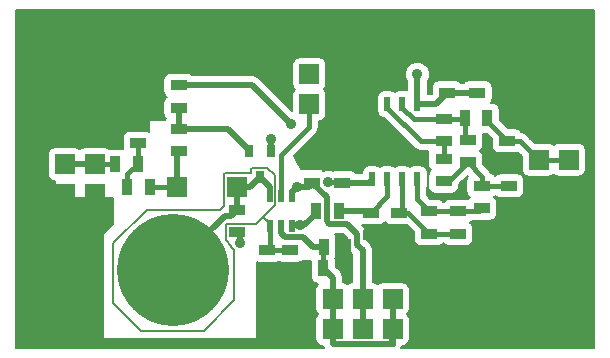
<source format=gbr>
G04 #@! TF.FileFunction,Copper,L2,Bot,Signal*
%FSLAX46Y46*%
G04 Gerber Fmt 4.6, Leading zero omitted, Abs format (unit mm)*
G04 Created by KiCad (PCBNEW 0.201503230816+5530~22~ubuntu14.04.1-product) date Út 24. březen 2015, 20:19:39 CET*
%MOMM*%
G01*
G04 APERTURE LIST*
%ADD10C,0.100000*%
%ADD11R,1.397000X0.889000*%
%ADD12R,0.889000X1.397000*%
%ADD13R,1.651000X1.651000*%
%ADD14C,6.000000*%
%ADD15R,0.800100X1.000760*%
%ADD16R,0.500000X1.000760*%
%ADD17R,0.501040X1.000760*%
%ADD18C,9.480265*%
%ADD19R,0.508000X1.143000*%
%ADD20C,0.889000*%
%ADD21C,0.500000*%
%ADD22C,0.400000*%
%ADD23C,0.200000*%
%ADD24C,0.130000*%
G04 APERTURE END LIST*
D10*
D11*
X19685000Y10731500D03*
X19685000Y12636500D03*
X26035000Y14922500D03*
X26035000Y16827500D03*
X14732000Y19494500D03*
X14732000Y17589500D03*
X24130000Y9207500D03*
X24130000Y7302500D03*
X40005000Y22542500D03*
X40005000Y24447500D03*
X37465000Y22542500D03*
X37465000Y24447500D03*
D12*
X26987500Y9525000D03*
X28892500Y9525000D03*
X28257500Y12573000D03*
X26352500Y12573000D03*
D11*
X28575000Y14922500D03*
X28575000Y16827500D03*
D12*
X26962100Y7670800D03*
X28867100Y7670800D03*
D11*
X35941000Y10604500D03*
X35941000Y12509500D03*
X42672000Y12763500D03*
X42672000Y14668500D03*
X37134800Y18427700D03*
X37134800Y20332700D03*
D12*
X38925500Y20370800D03*
X40830500Y20370800D03*
D13*
X7620000Y13970000D03*
X7620000Y16510000D03*
X7620000Y19050000D03*
X5080000Y19050000D03*
X5080000Y16510000D03*
X5080000Y13970000D03*
X27736800Y5080000D03*
X35356800Y2540000D03*
X30276800Y2540000D03*
X35356800Y5080000D03*
X25196800Y2540000D03*
X27736800Y2540000D03*
X32816800Y2540000D03*
X25196800Y5080000D03*
X32816800Y5080000D03*
X30276800Y5080000D03*
X25781000Y21590000D03*
X25781000Y24130000D03*
X47726600Y14325600D03*
X47726600Y16865600D03*
X47726600Y19405600D03*
X45186600Y19405600D03*
X45186600Y16865600D03*
X45186600Y14325600D03*
D14*
X45720000Y5080000D03*
X45720000Y25400000D03*
X5080000Y25400000D03*
X5080000Y5080000D03*
D11*
X14732000Y21272500D03*
X14732000Y23177500D03*
D12*
X11226800Y16510000D03*
X9321800Y16510000D03*
D11*
X30988000Y10477500D03*
X30988000Y12382500D03*
X38354000Y10604500D03*
X38354000Y12509500D03*
X33401000Y10477500D03*
X33401000Y12382500D03*
X40386000Y12763500D03*
X40386000Y14668500D03*
X37134800Y15074900D03*
X37134800Y16979900D03*
X39166800Y16675100D03*
X39166800Y18580100D03*
X42519600Y18478500D03*
X42519600Y16573500D03*
D15*
X21590000Y15410180D03*
X22542500Y17609820D03*
X20637500Y17609820D03*
D13*
X14605000Y14605000D03*
X19685000Y14605000D03*
D16*
X24320500Y13843000D03*
X23368000Y13843000D03*
D17*
X22415500Y13843000D03*
D16*
X22415500Y11303000D03*
X23368000Y11303000D03*
X24320500Y11303000D03*
D11*
X22225000Y7302500D03*
X22225000Y9207500D03*
X11277600Y18262600D03*
X11277600Y20167600D03*
D12*
X12255500Y14605000D03*
X10350500Y14605000D03*
D18*
X14249400Y7531100D03*
D19*
X34925000Y21590000D03*
X33655000Y21590000D03*
X32385000Y21590000D03*
X31115000Y21590000D03*
X31115000Y15240000D03*
X32385000Y15240000D03*
X33655000Y15240000D03*
X34925000Y15240000D03*
D20*
X23139400Y6400800D03*
X2895600Y20980400D03*
X2895600Y9906000D03*
X6477000Y10998200D03*
X42113200Y10185400D03*
X38455600Y8813800D03*
X33680400Y17322800D03*
X27076400Y18288000D03*
X37846000Y26898600D03*
X32842200Y27381200D03*
X28117800Y27279600D03*
X22123400Y27482800D03*
X17297400Y27914600D03*
X9372600Y23596600D03*
X32575500Y8318500D03*
X28346400Y8534400D03*
X29819600Y21590000D03*
X29845000Y19050000D03*
X22529800Y18618200D03*
X24770447Y14599689D03*
X34925000Y24130000D03*
X25019000Y11315700D03*
X19905361Y9842500D03*
X24190960Y19928840D03*
X27000200Y9512300D03*
X27378002Y14986000D03*
D21*
X14732000Y19494500D02*
X14732000Y21272500D01*
D22*
X14752320Y19514820D02*
X14732000Y19494500D01*
D21*
X20637500Y17710150D02*
X20637500Y17609820D01*
X18853150Y19494500D02*
X20637500Y17710150D01*
X14732000Y19494500D02*
X18853150Y19494500D01*
D23*
X20949949Y16210561D02*
X20810501Y16071113D01*
X22860000Y14986000D02*
X22860000Y15580612D01*
X9180001Y4726499D02*
X11493500Y2413000D01*
X9180001Y9825443D02*
X9180001Y4726499D01*
X22860000Y15580612D02*
X22230051Y16210561D01*
X19376249Y4961749D02*
X19376249Y9269750D01*
X22230051Y16210561D02*
X20949949Y16210561D01*
X18232302Y12660133D02*
X12014691Y12660133D01*
X18542000Y15653002D02*
X18542000Y12969831D01*
X18619499Y15730501D02*
X18542000Y15653002D01*
X20810501Y16071113D02*
X20810501Y15790501D01*
X20810501Y15790501D02*
X20750501Y15730501D01*
X16827500Y2413000D02*
X19376249Y4961749D01*
X20750501Y15730501D02*
X18619499Y15730501D01*
X19160860Y9485139D02*
X19160860Y9572638D01*
X18542000Y12969831D02*
X18232302Y12660133D01*
X12014691Y12660133D02*
X9180001Y9825443D01*
X11493500Y2413000D02*
X16827500Y2413000D01*
X19376249Y9269750D02*
X19160860Y9485139D01*
X19160860Y9572638D02*
X18686499Y10046999D01*
X18686499Y10046999D02*
X18686499Y11416001D01*
X18686499Y11416001D02*
X18746499Y11476001D01*
X18746499Y11476001D02*
X21255001Y11476001D01*
X21255001Y11476001D02*
X21841460Y12062460D01*
X21846540Y12062460D02*
X22326600Y11582400D01*
X22860000Y13081000D02*
X21841460Y12062460D01*
X21841460Y12062460D02*
X21846540Y12062460D01*
D24*
X22860000Y13081000D02*
X22860000Y14986000D01*
D22*
X21742400Y9080500D02*
X21691600Y9131300D01*
X22415500Y11303000D02*
X22415500Y9140190D01*
X22475190Y9080500D02*
X21742400Y9080500D01*
D23*
X22415500Y11303000D02*
X22415500Y11493500D01*
X22415500Y11493500D02*
X22098000Y11811000D01*
D22*
X24130000Y9207500D02*
X22225000Y9207500D01*
X23139400Y6400800D02*
X23126700Y6400800D01*
X23126700Y6400800D02*
X22225000Y7302500D01*
X2895600Y9906000D02*
X2895600Y20980400D01*
X7620000Y13970000D02*
X7620000Y12141200D01*
X7620000Y12141200D02*
X6477000Y10998200D01*
X42113200Y10185400D02*
X42113200Y12204700D01*
X42113200Y12204700D02*
X42672000Y12763500D01*
X32575500Y8318500D02*
X37960300Y8318500D01*
X37960300Y8318500D02*
X38455600Y8813800D01*
X26035000Y16827500D02*
X26035000Y17246600D01*
X26035000Y17246600D02*
X27076400Y18288000D01*
X37846000Y26898600D02*
X37846000Y26606500D01*
X37846000Y26606500D02*
X40005000Y24447500D01*
X28117800Y27279600D02*
X32740600Y27279600D01*
X32740600Y27279600D02*
X32842200Y27381200D01*
X17297400Y27914600D02*
X21691600Y27914600D01*
X21691600Y27914600D02*
X22123400Y27482800D01*
X7620000Y19050000D02*
X7620000Y21844000D01*
X7620000Y21844000D02*
X9372600Y23596600D01*
X32575500Y8947117D02*
X32575500Y8318500D01*
X32575500Y9144000D02*
X32575500Y8947117D01*
X31242000Y10477500D02*
X32575500Y9144000D01*
X30988000Y10477500D02*
X31242000Y10477500D01*
X28892500Y9525000D02*
X28892500Y9080500D01*
X28892500Y9080500D02*
X28346400Y8534400D01*
X30988000Y10477500D02*
X33401000Y10477500D01*
X25196800Y5080000D02*
X25196800Y2540000D01*
X23520400Y7150100D02*
X23520400Y6756400D01*
X23520400Y6756400D02*
X25196800Y5080000D01*
X29819600Y21590000D02*
X31115000Y21590000D01*
X28575000Y16827500D02*
X29819600Y19024600D01*
X29819600Y19024600D02*
X29845000Y19050000D01*
D21*
X34925000Y24130000D02*
X34925000Y21590000D01*
X30276800Y5080000D02*
X30276800Y9204960D01*
X30276800Y9204960D02*
X29787001Y9694759D01*
X29787001Y9694759D02*
X29787001Y10583501D01*
X28946003Y11424499D02*
X27478141Y11424499D01*
X29787001Y10583501D02*
X28946003Y11424499D01*
X27478141Y11424499D02*
X27247001Y11655639D01*
X27247001Y11655639D02*
X27247001Y13710499D01*
X27247001Y13710499D02*
X26035000Y14922500D01*
X30276800Y2540000D02*
X30276800Y5080000D01*
X22542500Y17609820D02*
X22542500Y18610200D01*
X22534500Y18618200D02*
X22529800Y18618200D01*
X22542500Y18610200D02*
X22534500Y18618200D01*
D22*
X24320500Y13843000D02*
X24320500Y13906500D01*
D21*
X40005000Y22542500D02*
X37465000Y22542500D01*
X36512500Y21590000D02*
X37465000Y22542500D01*
X34925000Y21590000D02*
X36512500Y21590000D01*
X24320500Y14149742D02*
X24770447Y14599689D01*
X24320500Y13843000D02*
X24320500Y14149742D01*
X25712189Y14599689D02*
X26035000Y14922500D01*
X24770447Y14599689D02*
X25712189Y14599689D01*
X24390383Y11315700D02*
X25019000Y11315700D01*
X24333200Y11315700D02*
X24390383Y11315700D01*
X24320500Y11303000D02*
X24333200Y11315700D01*
X26352500Y12319000D02*
X25349200Y11315700D01*
X26352500Y12573000D02*
X26352500Y12319000D01*
X25349200Y11315700D02*
X25019000Y11315700D01*
X19905361Y9842500D02*
X19905361Y10471117D01*
X19905361Y10471117D02*
X19704487Y10671991D01*
X19704487Y10671991D02*
X19685000Y10671991D01*
X19685000Y10668000D02*
X19685000Y10671991D01*
X27736800Y5080000D02*
X27736800Y6896100D01*
X27736800Y6896100D02*
X26962100Y7670800D01*
X32816800Y2540000D02*
X32816800Y5080000D01*
X32766799Y1264499D02*
X32766799Y2489999D01*
X32766799Y2489999D02*
X32816800Y2540000D01*
X27736800Y1314500D02*
X29041298Y1314500D01*
X29091299Y1264499D02*
X32766799Y1264499D01*
X29041298Y1314500D02*
X29091299Y1264499D01*
X32766799Y1264499D02*
X32816800Y1314500D01*
X27736800Y2540000D02*
X27736800Y1314500D01*
X27736800Y1314500D02*
X27736801Y1314499D01*
X27736800Y5080000D02*
X27736800Y2540000D01*
X14732000Y23177500D02*
X20942300Y23177500D01*
X20942300Y23177500D02*
X24190960Y19928840D01*
D22*
X26987500Y9525000D02*
X27000200Y9512300D01*
D21*
X28575000Y14922500D02*
X30797500Y14922500D01*
X30797500Y14922500D02*
X31115000Y15240000D01*
X28575000Y14922500D02*
X28206700Y14922500D01*
D22*
X27736801Y1314499D02*
X32816800Y1314500D01*
X32816800Y1314500D02*
X32816800Y2540000D01*
D21*
X26987500Y9525000D02*
X26043000Y9525000D01*
D22*
X26962100Y7670800D02*
X26962100Y9499600D01*
X26962100Y9499600D02*
X26987500Y9525000D01*
D21*
X14795500Y23114000D02*
X14732000Y23177500D01*
X25215381Y10352619D02*
X26043000Y9525000D01*
X23710499Y10352619D02*
X25215381Y10352619D01*
X23368000Y10695118D02*
X23710499Y10352619D01*
X23368000Y11303000D02*
X23368000Y10695118D01*
X28575000Y14922500D02*
X28206065Y14922500D01*
D22*
X28511500Y14986000D02*
X28575000Y14922500D01*
X27378002Y14986000D02*
X28511500Y14986000D01*
D21*
X30797500Y12573000D02*
X30988000Y12382500D01*
X28257500Y12573000D02*
X30797500Y12573000D01*
D22*
X32385000Y13779500D02*
X32385000Y15461000D01*
X30988000Y12382500D02*
X32385000Y13779500D01*
X33655000Y12636500D02*
X33401000Y12382500D01*
X33655000Y15461000D02*
X33655000Y12636500D01*
X34163000Y12382500D02*
X35941000Y10604500D01*
X33401000Y12382500D02*
X34163000Y12382500D01*
X35941000Y10604500D02*
X38354000Y10604500D01*
X38354000Y12509500D02*
X40132000Y12509500D01*
X40132000Y12509500D02*
X40386000Y12763500D01*
X34925000Y13525500D02*
X35941000Y12509500D01*
X34925000Y15461000D02*
X34925000Y13525500D01*
X35941000Y12509500D02*
X38354000Y12509500D01*
X42672000Y14668500D02*
X40386000Y14668500D01*
X40386000Y14668500D02*
X40386000Y15455900D01*
X40386000Y15455900D02*
X39166800Y16675100D01*
X37134800Y15074900D02*
X37566600Y15074900D01*
X37566600Y15074900D02*
X39166800Y16675100D01*
X40132000Y14922500D02*
X40386000Y14668500D01*
X37134800Y16979900D02*
X37134800Y18427700D01*
X37134800Y18427700D02*
X35229800Y18427700D01*
X35229800Y18427700D02*
X32385000Y21272500D01*
X32385000Y21272500D02*
X32385000Y21590000D01*
X38925500Y20370800D02*
X38925500Y18821400D01*
X38925500Y18821400D02*
X39166800Y18580100D01*
X37134800Y20332700D02*
X38887400Y20332700D01*
X38887400Y20332700D02*
X38925500Y20370800D01*
X33655000Y21590000D02*
X33655000Y21272500D01*
X33655000Y21272500D02*
X34594800Y20332700D01*
X34594800Y20332700D02*
X36036300Y20332700D01*
X36036300Y20332700D02*
X37134800Y20332700D01*
X45186600Y16865600D02*
X47726600Y16865600D01*
X42519600Y18478500D02*
X43573700Y18478500D01*
X43573700Y18478500D02*
X45186600Y16865600D01*
X40830500Y20370800D02*
X40830500Y20167600D01*
X40830500Y20167600D02*
X42519600Y18478500D01*
X23368000Y13843000D02*
X23368000Y17251498D01*
X25781000Y19664498D02*
X25781000Y20364500D01*
X25781000Y20364500D02*
X25781000Y21590000D01*
X23368000Y17251498D02*
X25781000Y19664498D01*
D21*
X5080000Y16510000D02*
X7620000Y16510000D01*
D22*
X9321800Y16510000D02*
X7620000Y16510000D01*
D21*
X14605000Y17462500D02*
X14732000Y17589500D01*
X14605000Y16564490D02*
X14605000Y17462500D01*
X14605000Y14605000D02*
X14605000Y16564490D01*
D22*
X12255500Y14605000D02*
X14605000Y14605000D01*
D21*
X19685000Y12636500D02*
X19158623Y12110123D01*
X19158623Y12110123D02*
X18602790Y12110123D01*
X18602790Y12110123D02*
X14427200Y7934533D01*
X14427200Y7934533D02*
X14427200Y7493000D01*
X19685000Y12636500D02*
X19685000Y14605000D01*
X14025500Y7620000D02*
X13970000Y7620000D01*
X21590000Y15410180D02*
X20784820Y14605000D01*
X20784820Y14605000D02*
X19685000Y14605000D01*
X14478000Y7747000D02*
X14478000Y8249833D01*
X13978000Y7620000D02*
X13970000Y7620000D01*
X22415500Y14584680D02*
X21590000Y15410180D01*
X22415500Y13843000D02*
X22415500Y14584680D01*
D22*
X10350500Y15633700D02*
X11226800Y16510000D01*
X10350500Y14605000D02*
X10350500Y15633700D01*
X11277600Y16560800D02*
X11226800Y16510000D01*
X11277600Y18262600D02*
X11277600Y16560800D01*
D23*
G36*
X29418800Y6519106D02*
X29219472Y6480431D01*
X29015716Y6346586D01*
X29007635Y6334615D01*
X29003386Y6341084D01*
X28801326Y6477476D01*
X28594800Y6518894D01*
X28594800Y6896100D01*
X28529489Y7224442D01*
X28529488Y7224443D01*
X28343498Y7502798D01*
X28343494Y7502801D01*
X28026511Y7819784D01*
X28026511Y8369300D01*
X27988599Y8564695D01*
X28003976Y8587474D01*
X28051911Y8826500D01*
X28051911Y9300567D01*
X28052517Y9302026D01*
X28052883Y9720737D01*
X28051911Y9723089D01*
X28051911Y10223500D01*
X28006931Y10455328D01*
X27933904Y10566499D01*
X28590607Y10566499D01*
X28929001Y10228105D01*
X28929001Y9694765D01*
X28929000Y9694759D01*
X28994312Y9366416D01*
X29180303Y9088061D01*
X29418800Y8849564D01*
X29418800Y6519106D01*
X29418800Y6519106D01*
G37*
X29418800Y6519106D02*
X29219472Y6480431D01*
X29015716Y6346586D01*
X29007635Y6334615D01*
X29003386Y6341084D01*
X28801326Y6477476D01*
X28594800Y6518894D01*
X28594800Y6896100D01*
X28529489Y7224442D01*
X28529488Y7224443D01*
X28343498Y7502798D01*
X28343494Y7502801D01*
X28026511Y7819784D01*
X28026511Y8369300D01*
X27988599Y8564695D01*
X28003976Y8587474D01*
X28051911Y8826500D01*
X28051911Y9300567D01*
X28052517Y9302026D01*
X28052883Y9720737D01*
X28051911Y9723089D01*
X28051911Y10223500D01*
X28006931Y10455328D01*
X27933904Y10566499D01*
X28590607Y10566499D01*
X28929001Y10228105D01*
X28929001Y9694765D01*
X28929000Y9694759D01*
X28994312Y9366416D01*
X29180303Y9088061D01*
X29418800Y8849564D01*
X29418800Y6519106D01*
G36*
X49886000Y914000D02*
X33561275Y914000D01*
X33609489Y986157D01*
X33631057Y1094589D01*
X33642300Y1094589D01*
X33874128Y1139569D01*
X34077884Y1273414D01*
X34214276Y1475474D01*
X34262211Y1714500D01*
X34262211Y3365500D01*
X34217231Y3597328D01*
X34083386Y3801084D01*
X34071414Y3809165D01*
X34077884Y3813414D01*
X34214276Y4015474D01*
X34262211Y4254500D01*
X34262211Y5905500D01*
X34217231Y6137328D01*
X34083386Y6341084D01*
X33881326Y6477476D01*
X33642300Y6525411D01*
X31991300Y6525411D01*
X31759472Y6480431D01*
X31555716Y6346586D01*
X31547635Y6334615D01*
X31543386Y6341084D01*
X31341326Y6477476D01*
X31134800Y6518894D01*
X31134800Y9204960D01*
X31069489Y9533302D01*
X31069488Y9533303D01*
X30883498Y9811658D01*
X30883494Y9811661D01*
X30645001Y10050154D01*
X30645001Y10583496D01*
X30645001Y10583501D01*
X30645002Y10583501D01*
X30579690Y10911843D01*
X30579690Y10911844D01*
X30486694Y11051021D01*
X30393699Y11190198D01*
X30393699Y11190199D01*
X30393695Y11190202D01*
X30259865Y11324033D01*
X30289500Y11318089D01*
X31686500Y11318089D01*
X31918328Y11363069D01*
X32122084Y11496914D01*
X32194528Y11604238D01*
X32261414Y11502416D01*
X32463474Y11366024D01*
X32702500Y11318089D01*
X34084727Y11318089D01*
X34622589Y10780227D01*
X34622589Y10160000D01*
X34667569Y9928172D01*
X34801414Y9724416D01*
X35003474Y9588024D01*
X35242500Y9540089D01*
X36639500Y9540089D01*
X36871328Y9585069D01*
X37075084Y9718914D01*
X37127455Y9796500D01*
X37167062Y9796500D01*
X37214414Y9724416D01*
X37416474Y9588024D01*
X37655500Y9540089D01*
X39052500Y9540089D01*
X39284328Y9585069D01*
X39488084Y9718914D01*
X39624476Y9920974D01*
X39672411Y10160000D01*
X39672411Y11049000D01*
X39627431Y11280828D01*
X39493586Y11484584D01*
X39386262Y11557029D01*
X39488084Y11623914D01*
X39540455Y11701500D01*
X39675477Y11701500D01*
X39687500Y11699089D01*
X41084500Y11699089D01*
X41316328Y11744069D01*
X41520084Y11877914D01*
X41656476Y12079974D01*
X41704411Y12319000D01*
X41704411Y13208000D01*
X41659431Y13439828D01*
X41525586Y13643584D01*
X41418262Y13716029D01*
X41520084Y13782914D01*
X41528164Y13794886D01*
X41532414Y13788416D01*
X41734474Y13652024D01*
X41973500Y13604089D01*
X43370500Y13604089D01*
X43602328Y13649069D01*
X43806084Y13782914D01*
X43942476Y13984974D01*
X43990411Y14224000D01*
X43990411Y15113000D01*
X43945431Y15344828D01*
X43811586Y15548584D01*
X43609526Y15684976D01*
X43370500Y15732911D01*
X41973500Y15732911D01*
X41741672Y15687931D01*
X41537916Y15554086D01*
X41529835Y15542115D01*
X41525586Y15548584D01*
X41323526Y15684976D01*
X41141159Y15721549D01*
X41132495Y15765108D01*
X41132495Y15765109D01*
X40957342Y16027242D01*
X40485211Y16499373D01*
X40485211Y17119600D01*
X40440231Y17351428D01*
X40306386Y17555184D01*
X40199062Y17627629D01*
X40300884Y17694514D01*
X40437276Y17896574D01*
X40485211Y18135600D01*
X40485211Y19024600D01*
X40479819Y19052389D01*
X40803027Y19052389D01*
X41201189Y18654227D01*
X41201189Y18034000D01*
X41246169Y17802172D01*
X41380014Y17598416D01*
X41582074Y17462024D01*
X41821100Y17414089D01*
X43218100Y17414089D01*
X43449928Y17459069D01*
X43450241Y17459275D01*
X43741189Y17168327D01*
X43741189Y16040100D01*
X43786169Y15808272D01*
X43920014Y15604516D01*
X44122074Y15468124D01*
X44361100Y15420189D01*
X46012100Y15420189D01*
X46243928Y15465169D01*
X46447684Y15599014D01*
X46455764Y15610986D01*
X46460014Y15604516D01*
X46662074Y15468124D01*
X46901100Y15420189D01*
X48552100Y15420189D01*
X48783928Y15465169D01*
X48987684Y15599014D01*
X49124076Y15801074D01*
X49172011Y16040100D01*
X49172011Y17691100D01*
X49127031Y17922928D01*
X48993186Y18126684D01*
X48791126Y18263076D01*
X48552100Y18311011D01*
X46901100Y18311011D01*
X46669272Y18266031D01*
X46465516Y18132186D01*
X46457435Y18120215D01*
X46453186Y18126684D01*
X46251126Y18263076D01*
X46012100Y18311011D01*
X44883873Y18311011D01*
X44145042Y19049842D01*
X43882909Y19224995D01*
X43726502Y19256106D01*
X43659186Y19358584D01*
X43457126Y19494976D01*
X43218100Y19542911D01*
X42597873Y19542911D01*
X41894911Y20245873D01*
X41894911Y21069300D01*
X41849931Y21301128D01*
X41716086Y21504884D01*
X41514026Y21641276D01*
X41275000Y21689211D01*
X41160884Y21689211D01*
X41275476Y21858974D01*
X41323411Y22098000D01*
X41323411Y22987000D01*
X41278431Y23218828D01*
X41144586Y23422584D01*
X40942526Y23558976D01*
X40703500Y23606911D01*
X39306500Y23606911D01*
X39074672Y23561931D01*
X38870916Y23428086D01*
X38852295Y23400500D01*
X38619092Y23400500D01*
X38604586Y23422584D01*
X38402526Y23558976D01*
X38163500Y23606911D01*
X36766500Y23606911D01*
X36534672Y23561931D01*
X36330916Y23428086D01*
X36194524Y23226026D01*
X36146589Y22987000D01*
X36146589Y22448000D01*
X35783000Y22448000D01*
X35783000Y23499341D01*
X35816746Y23533028D01*
X35977317Y23919726D01*
X35977683Y24338437D01*
X35817787Y24725415D01*
X35521972Y25021746D01*
X35135274Y25182317D01*
X34716563Y25182683D01*
X34329585Y25022787D01*
X34033254Y24726972D01*
X33872683Y24340274D01*
X33872317Y23921563D01*
X34032213Y23534585D01*
X34067000Y23499737D01*
X34067000Y22749725D01*
X33909000Y22781411D01*
X33401000Y22781411D01*
X33169172Y22736431D01*
X33019400Y22638048D01*
X32878026Y22733476D01*
X32639000Y22781411D01*
X32131000Y22781411D01*
X31899172Y22736431D01*
X31695416Y22602586D01*
X31559024Y22400526D01*
X31511089Y22161500D01*
X31511089Y21018500D01*
X31556069Y20786672D01*
X31689914Y20582916D01*
X31891974Y20446524D01*
X32112521Y20402295D01*
X34658458Y17856358D01*
X34920592Y17681205D01*
X35229800Y17619700D01*
X35855555Y17619700D01*
X35816389Y17424400D01*
X35816389Y16535400D01*
X35861369Y16303572D01*
X35995214Y16099816D01*
X36102537Y16027372D01*
X36000716Y15960486D01*
X35864324Y15758426D01*
X35816389Y15519400D01*
X35816389Y14630400D01*
X35861369Y14398572D01*
X35995214Y14194816D01*
X36197274Y14058424D01*
X36436300Y14010489D01*
X37833300Y14010489D01*
X38065128Y14055469D01*
X38268884Y14189314D01*
X38405276Y14391374D01*
X38453211Y14630400D01*
X38453211Y14818827D01*
X39166800Y15532416D01*
X39208882Y15490334D01*
X39115524Y15352026D01*
X39067589Y15113000D01*
X39067589Y14224000D01*
X39112569Y13992172D01*
X39246414Y13788416D01*
X39353737Y13715972D01*
X39251916Y13649086D01*
X39183446Y13547651D01*
X39052500Y13573911D01*
X37655500Y13573911D01*
X37423672Y13528931D01*
X37219916Y13395086D01*
X37167544Y13317500D01*
X37127937Y13317500D01*
X37080586Y13389584D01*
X36878526Y13525976D01*
X36639500Y13573911D01*
X36019273Y13573911D01*
X35733000Y13860184D01*
X35733000Y14402844D01*
X35750976Y14429474D01*
X35798911Y14668500D01*
X35798911Y15811500D01*
X35753931Y16043328D01*
X35620086Y16247084D01*
X35418026Y16383476D01*
X35179000Y16431411D01*
X34671000Y16431411D01*
X34439172Y16386431D01*
X34289400Y16288048D01*
X34148026Y16383476D01*
X33909000Y16431411D01*
X33401000Y16431411D01*
X33169172Y16386431D01*
X33019400Y16288048D01*
X32878026Y16383476D01*
X32639000Y16431411D01*
X32131000Y16431411D01*
X31899172Y16386431D01*
X31749400Y16288048D01*
X31608026Y16383476D01*
X31369000Y16431411D01*
X30861000Y16431411D01*
X30629172Y16386431D01*
X30425416Y16252586D01*
X30289024Y16050526D01*
X30241089Y15811500D01*
X30241089Y15780500D01*
X29729092Y15780500D01*
X29714586Y15802584D01*
X29512526Y15938976D01*
X29273500Y15986911D01*
X27876500Y15986911D01*
X27764437Y15965169D01*
X27588276Y16038317D01*
X27169565Y16038683D01*
X26942721Y15944954D01*
X26897000Y15954123D01*
X26897000Y16102000D01*
X25078049Y16102000D01*
X24467757Y17208572D01*
X26352342Y19093155D01*
X26352342Y19093156D01*
X26527495Y19355289D01*
X26527495Y19355290D01*
X26537699Y19406590D01*
X26588999Y19664498D01*
X26589000Y19664498D01*
X26589000Y20144589D01*
X26606500Y20144589D01*
X26838328Y20189569D01*
X27042084Y20323414D01*
X27178476Y20525474D01*
X27226411Y20764500D01*
X27226411Y22415500D01*
X27181431Y22647328D01*
X27047586Y22851084D01*
X27035614Y22859165D01*
X27042084Y22863414D01*
X27178476Y23065474D01*
X27226411Y23304500D01*
X27226411Y24955500D01*
X27181431Y25187328D01*
X27047586Y25391084D01*
X26845526Y25527476D01*
X26606500Y25575411D01*
X24955500Y25575411D01*
X24723672Y25530431D01*
X24519916Y25396586D01*
X24383524Y25194526D01*
X24335589Y24955500D01*
X24335589Y23304500D01*
X24380569Y23072672D01*
X24514414Y22868916D01*
X24526385Y22860836D01*
X24519916Y22856586D01*
X24383524Y22654526D01*
X24335589Y22415500D01*
X24335589Y20997607D01*
X21548998Y23784198D01*
X21270643Y23970189D01*
X20942300Y24035501D01*
X20942294Y24035500D01*
X15886092Y24035500D01*
X15871586Y24057584D01*
X15669526Y24193976D01*
X15430500Y24241911D01*
X14033500Y24241911D01*
X13801672Y24196931D01*
X13597916Y24063086D01*
X13461524Y23861026D01*
X13413589Y23622000D01*
X13413589Y22733000D01*
X13458569Y22501172D01*
X13592414Y22297416D01*
X13699737Y22224972D01*
X13597916Y22158086D01*
X13461524Y21956026D01*
X13413589Y21717000D01*
X13413589Y20828000D01*
X13458569Y20596172D01*
X13592414Y20392416D01*
X13604385Y20384336D01*
X13597916Y20380086D01*
X13514834Y20257004D01*
X12228545Y20251967D01*
X12234613Y19265923D01*
X12215126Y19279076D01*
X11976100Y19327011D01*
X10579100Y19327011D01*
X10347272Y19282031D01*
X10143516Y19148186D01*
X10007124Y18946126D01*
X9959189Y18707100D01*
X9959189Y17818100D01*
X9964916Y17788580D01*
X9766300Y17828411D01*
X8877300Y17828411D01*
X8818546Y17817012D01*
X8684526Y17907476D01*
X8445500Y17955411D01*
X6794500Y17955411D01*
X6562672Y17910431D01*
X6358916Y17776586D01*
X6350835Y17764615D01*
X6346586Y17771084D01*
X6144526Y17907476D01*
X5905500Y17955411D01*
X4254500Y17955411D01*
X4022672Y17910431D01*
X3818916Y17776586D01*
X3682524Y17574526D01*
X3634589Y17335500D01*
X3634589Y15684500D01*
X3679569Y15452672D01*
X3813414Y15248916D01*
X4015474Y15112524D01*
X4218000Y15071909D01*
X4218000Y13616000D01*
X9171000Y13616000D01*
X9171000Y11471421D01*
X8282000Y10582421D01*
X8282000Y1678000D01*
X21334400Y1678000D01*
X21334400Y8181614D01*
X21526500Y8143089D01*
X22923500Y8143089D01*
X23155328Y8188069D01*
X23176372Y8201893D01*
X23192474Y8191024D01*
X23431500Y8143089D01*
X24828500Y8143089D01*
X25060328Y8188069D01*
X25203321Y8282000D01*
X25897689Y8282000D01*
X25897689Y6972300D01*
X25942669Y6740472D01*
X26076514Y6536716D01*
X26278574Y6400324D01*
X26492280Y6357467D01*
X26475716Y6346586D01*
X26339324Y6144526D01*
X26291389Y5905500D01*
X26291389Y4254500D01*
X26336369Y4022672D01*
X26470214Y3818916D01*
X26482185Y3810836D01*
X26475716Y3806586D01*
X26339324Y3604526D01*
X26291389Y3365500D01*
X26291389Y1714500D01*
X26336369Y1482672D01*
X26470214Y1278916D01*
X26672274Y1142524D01*
X26911300Y1094589D01*
X26922542Y1094589D01*
X26944111Y986157D01*
X26992324Y914000D01*
X914000Y914000D01*
X914000Y29566000D01*
X49886000Y29566000D01*
X49886000Y914000D01*
X49886000Y914000D01*
G37*
X49886000Y914000D02*
X33561275Y914000D01*
X33609489Y986157D01*
X33631057Y1094589D01*
X33642300Y1094589D01*
X33874128Y1139569D01*
X34077884Y1273414D01*
X34214276Y1475474D01*
X34262211Y1714500D01*
X34262211Y3365500D01*
X34217231Y3597328D01*
X34083386Y3801084D01*
X34071414Y3809165D01*
X34077884Y3813414D01*
X34214276Y4015474D01*
X34262211Y4254500D01*
X34262211Y5905500D01*
X34217231Y6137328D01*
X34083386Y6341084D01*
X33881326Y6477476D01*
X33642300Y6525411D01*
X31991300Y6525411D01*
X31759472Y6480431D01*
X31555716Y6346586D01*
X31547635Y6334615D01*
X31543386Y6341084D01*
X31341326Y6477476D01*
X31134800Y6518894D01*
X31134800Y9204960D01*
X31069489Y9533302D01*
X31069488Y9533303D01*
X30883498Y9811658D01*
X30883494Y9811661D01*
X30645001Y10050154D01*
X30645001Y10583496D01*
X30645001Y10583501D01*
X30645002Y10583501D01*
X30579690Y10911843D01*
X30579690Y10911844D01*
X30486694Y11051021D01*
X30393699Y11190198D01*
X30393699Y11190199D01*
X30393695Y11190202D01*
X30259865Y11324033D01*
X30289500Y11318089D01*
X31686500Y11318089D01*
X31918328Y11363069D01*
X32122084Y11496914D01*
X32194528Y11604238D01*
X32261414Y11502416D01*
X32463474Y11366024D01*
X32702500Y11318089D01*
X34084727Y11318089D01*
X34622589Y10780227D01*
X34622589Y10160000D01*
X34667569Y9928172D01*
X34801414Y9724416D01*
X35003474Y9588024D01*
X35242500Y9540089D01*
X36639500Y9540089D01*
X36871328Y9585069D01*
X37075084Y9718914D01*
X37127455Y9796500D01*
X37167062Y9796500D01*
X37214414Y9724416D01*
X37416474Y9588024D01*
X37655500Y9540089D01*
X39052500Y9540089D01*
X39284328Y9585069D01*
X39488084Y9718914D01*
X39624476Y9920974D01*
X39672411Y10160000D01*
X39672411Y11049000D01*
X39627431Y11280828D01*
X39493586Y11484584D01*
X39386262Y11557029D01*
X39488084Y11623914D01*
X39540455Y11701500D01*
X39675477Y11701500D01*
X39687500Y11699089D01*
X41084500Y11699089D01*
X41316328Y11744069D01*
X41520084Y11877914D01*
X41656476Y12079974D01*
X41704411Y12319000D01*
X41704411Y13208000D01*
X41659431Y13439828D01*
X41525586Y13643584D01*
X41418262Y13716029D01*
X41520084Y13782914D01*
X41528164Y13794886D01*
X41532414Y13788416D01*
X41734474Y13652024D01*
X41973500Y13604089D01*
X43370500Y13604089D01*
X43602328Y13649069D01*
X43806084Y13782914D01*
X43942476Y13984974D01*
X43990411Y14224000D01*
X43990411Y15113000D01*
X43945431Y15344828D01*
X43811586Y15548584D01*
X43609526Y15684976D01*
X43370500Y15732911D01*
X41973500Y15732911D01*
X41741672Y15687931D01*
X41537916Y15554086D01*
X41529835Y15542115D01*
X41525586Y15548584D01*
X41323526Y15684976D01*
X41141159Y15721549D01*
X41132495Y15765108D01*
X41132495Y15765109D01*
X40957342Y16027242D01*
X40485211Y16499373D01*
X40485211Y17119600D01*
X40440231Y17351428D01*
X40306386Y17555184D01*
X40199062Y17627629D01*
X40300884Y17694514D01*
X40437276Y17896574D01*
X40485211Y18135600D01*
X40485211Y19024600D01*
X40479819Y19052389D01*
X40803027Y19052389D01*
X41201189Y18654227D01*
X41201189Y18034000D01*
X41246169Y17802172D01*
X41380014Y17598416D01*
X41582074Y17462024D01*
X41821100Y17414089D01*
X43218100Y17414089D01*
X43449928Y17459069D01*
X43450241Y17459275D01*
X43741189Y17168327D01*
X43741189Y16040100D01*
X43786169Y15808272D01*
X43920014Y15604516D01*
X44122074Y15468124D01*
X44361100Y15420189D01*
X46012100Y15420189D01*
X46243928Y15465169D01*
X46447684Y15599014D01*
X46455764Y15610986D01*
X46460014Y15604516D01*
X46662074Y15468124D01*
X46901100Y15420189D01*
X48552100Y15420189D01*
X48783928Y15465169D01*
X48987684Y15599014D01*
X49124076Y15801074D01*
X49172011Y16040100D01*
X49172011Y17691100D01*
X49127031Y17922928D01*
X48993186Y18126684D01*
X48791126Y18263076D01*
X48552100Y18311011D01*
X46901100Y18311011D01*
X46669272Y18266031D01*
X46465516Y18132186D01*
X46457435Y18120215D01*
X46453186Y18126684D01*
X46251126Y18263076D01*
X46012100Y18311011D01*
X44883873Y18311011D01*
X44145042Y19049842D01*
X43882909Y19224995D01*
X43726502Y19256106D01*
X43659186Y19358584D01*
X43457126Y19494976D01*
X43218100Y19542911D01*
X42597873Y19542911D01*
X41894911Y20245873D01*
X41894911Y21069300D01*
X41849931Y21301128D01*
X41716086Y21504884D01*
X41514026Y21641276D01*
X41275000Y21689211D01*
X41160884Y21689211D01*
X41275476Y21858974D01*
X41323411Y22098000D01*
X41323411Y22987000D01*
X41278431Y23218828D01*
X41144586Y23422584D01*
X40942526Y23558976D01*
X40703500Y23606911D01*
X39306500Y23606911D01*
X39074672Y23561931D01*
X38870916Y23428086D01*
X38852295Y23400500D01*
X38619092Y23400500D01*
X38604586Y23422584D01*
X38402526Y23558976D01*
X38163500Y23606911D01*
X36766500Y23606911D01*
X36534672Y23561931D01*
X36330916Y23428086D01*
X36194524Y23226026D01*
X36146589Y22987000D01*
X36146589Y22448000D01*
X35783000Y22448000D01*
X35783000Y23499341D01*
X35816746Y23533028D01*
X35977317Y23919726D01*
X35977683Y24338437D01*
X35817787Y24725415D01*
X35521972Y25021746D01*
X35135274Y25182317D01*
X34716563Y25182683D01*
X34329585Y25022787D01*
X34033254Y24726972D01*
X33872683Y24340274D01*
X33872317Y23921563D01*
X34032213Y23534585D01*
X34067000Y23499737D01*
X34067000Y22749725D01*
X33909000Y22781411D01*
X33401000Y22781411D01*
X33169172Y22736431D01*
X33019400Y22638048D01*
X32878026Y22733476D01*
X32639000Y22781411D01*
X32131000Y22781411D01*
X31899172Y22736431D01*
X31695416Y22602586D01*
X31559024Y22400526D01*
X31511089Y22161500D01*
X31511089Y21018500D01*
X31556069Y20786672D01*
X31689914Y20582916D01*
X31891974Y20446524D01*
X32112521Y20402295D01*
X34658458Y17856358D01*
X34920592Y17681205D01*
X35229800Y17619700D01*
X35855555Y17619700D01*
X35816389Y17424400D01*
X35816389Y16535400D01*
X35861369Y16303572D01*
X35995214Y16099816D01*
X36102537Y16027372D01*
X36000716Y15960486D01*
X35864324Y15758426D01*
X35816389Y15519400D01*
X35816389Y14630400D01*
X35861369Y14398572D01*
X35995214Y14194816D01*
X36197274Y14058424D01*
X36436300Y14010489D01*
X37833300Y14010489D01*
X38065128Y14055469D01*
X38268884Y14189314D01*
X38405276Y14391374D01*
X38453211Y14630400D01*
X38453211Y14818827D01*
X39166800Y15532416D01*
X39208882Y15490334D01*
X39115524Y15352026D01*
X39067589Y15113000D01*
X39067589Y14224000D01*
X39112569Y13992172D01*
X39246414Y13788416D01*
X39353737Y13715972D01*
X39251916Y13649086D01*
X39183446Y13547651D01*
X39052500Y13573911D01*
X37655500Y13573911D01*
X37423672Y13528931D01*
X37219916Y13395086D01*
X37167544Y13317500D01*
X37127937Y13317500D01*
X37080586Y13389584D01*
X36878526Y13525976D01*
X36639500Y13573911D01*
X36019273Y13573911D01*
X35733000Y13860184D01*
X35733000Y14402844D01*
X35750976Y14429474D01*
X35798911Y14668500D01*
X35798911Y15811500D01*
X35753931Y16043328D01*
X35620086Y16247084D01*
X35418026Y16383476D01*
X35179000Y16431411D01*
X34671000Y16431411D01*
X34439172Y16386431D01*
X34289400Y16288048D01*
X34148026Y16383476D01*
X33909000Y16431411D01*
X33401000Y16431411D01*
X33169172Y16386431D01*
X33019400Y16288048D01*
X32878026Y16383476D01*
X32639000Y16431411D01*
X32131000Y16431411D01*
X31899172Y16386431D01*
X31749400Y16288048D01*
X31608026Y16383476D01*
X31369000Y16431411D01*
X30861000Y16431411D01*
X30629172Y16386431D01*
X30425416Y16252586D01*
X30289024Y16050526D01*
X30241089Y15811500D01*
X30241089Y15780500D01*
X29729092Y15780500D01*
X29714586Y15802584D01*
X29512526Y15938976D01*
X29273500Y15986911D01*
X27876500Y15986911D01*
X27764437Y15965169D01*
X27588276Y16038317D01*
X27169565Y16038683D01*
X26942721Y15944954D01*
X26897000Y15954123D01*
X26897000Y16102000D01*
X25078049Y16102000D01*
X24467757Y17208572D01*
X26352342Y19093155D01*
X26352342Y19093156D01*
X26527495Y19355289D01*
X26527495Y19355290D01*
X26537699Y19406590D01*
X26588999Y19664498D01*
X26589000Y19664498D01*
X26589000Y20144589D01*
X26606500Y20144589D01*
X26838328Y20189569D01*
X27042084Y20323414D01*
X27178476Y20525474D01*
X27226411Y20764500D01*
X27226411Y22415500D01*
X27181431Y22647328D01*
X27047586Y22851084D01*
X27035614Y22859165D01*
X27042084Y22863414D01*
X27178476Y23065474D01*
X27226411Y23304500D01*
X27226411Y24955500D01*
X27181431Y25187328D01*
X27047586Y25391084D01*
X26845526Y25527476D01*
X26606500Y25575411D01*
X24955500Y25575411D01*
X24723672Y25530431D01*
X24519916Y25396586D01*
X24383524Y25194526D01*
X24335589Y24955500D01*
X24335589Y23304500D01*
X24380569Y23072672D01*
X24514414Y22868916D01*
X24526385Y22860836D01*
X24519916Y22856586D01*
X24383524Y22654526D01*
X24335589Y22415500D01*
X24335589Y20997607D01*
X21548998Y23784198D01*
X21270643Y23970189D01*
X20942300Y24035501D01*
X20942294Y24035500D01*
X15886092Y24035500D01*
X15871586Y24057584D01*
X15669526Y24193976D01*
X15430500Y24241911D01*
X14033500Y24241911D01*
X13801672Y24196931D01*
X13597916Y24063086D01*
X13461524Y23861026D01*
X13413589Y23622000D01*
X13413589Y22733000D01*
X13458569Y22501172D01*
X13592414Y22297416D01*
X13699737Y22224972D01*
X13597916Y22158086D01*
X13461524Y21956026D01*
X13413589Y21717000D01*
X13413589Y20828000D01*
X13458569Y20596172D01*
X13592414Y20392416D01*
X13604385Y20384336D01*
X13597916Y20380086D01*
X13514834Y20257004D01*
X12228545Y20251967D01*
X12234613Y19265923D01*
X12215126Y19279076D01*
X11976100Y19327011D01*
X10579100Y19327011D01*
X10347272Y19282031D01*
X10143516Y19148186D01*
X10007124Y18946126D01*
X9959189Y18707100D01*
X9959189Y17818100D01*
X9964916Y17788580D01*
X9766300Y17828411D01*
X8877300Y17828411D01*
X8818546Y17817012D01*
X8684526Y17907476D01*
X8445500Y17955411D01*
X6794500Y17955411D01*
X6562672Y17910431D01*
X6358916Y17776586D01*
X6350835Y17764615D01*
X6346586Y17771084D01*
X6144526Y17907476D01*
X5905500Y17955411D01*
X4254500Y17955411D01*
X4022672Y17910431D01*
X3818916Y17776586D01*
X3682524Y17574526D01*
X3634589Y17335500D01*
X3634589Y15684500D01*
X3679569Y15452672D01*
X3813414Y15248916D01*
X4015474Y15112524D01*
X4218000Y15071909D01*
X4218000Y13616000D01*
X9171000Y13616000D01*
X9171000Y11471421D01*
X8282000Y10582421D01*
X8282000Y1678000D01*
X21334400Y1678000D01*
X21334400Y8181614D01*
X21526500Y8143089D01*
X22923500Y8143089D01*
X23155328Y8188069D01*
X23176372Y8201893D01*
X23192474Y8191024D01*
X23431500Y8143089D01*
X24828500Y8143089D01*
X25060328Y8188069D01*
X25203321Y8282000D01*
X25897689Y8282000D01*
X25897689Y6972300D01*
X25942669Y6740472D01*
X26076514Y6536716D01*
X26278574Y6400324D01*
X26492280Y6357467D01*
X26475716Y6346586D01*
X26339324Y6144526D01*
X26291389Y5905500D01*
X26291389Y4254500D01*
X26336369Y4022672D01*
X26470214Y3818916D01*
X26482185Y3810836D01*
X26475716Y3806586D01*
X26339324Y3604526D01*
X26291389Y3365500D01*
X26291389Y1714500D01*
X26336369Y1482672D01*
X26470214Y1278916D01*
X26672274Y1142524D01*
X26911300Y1094589D01*
X26922542Y1094589D01*
X26944111Y986157D01*
X26992324Y914000D01*
X914000Y914000D01*
X914000Y29566000D01*
X49886000Y29566000D01*
X49886000Y914000D01*
M02*

</source>
